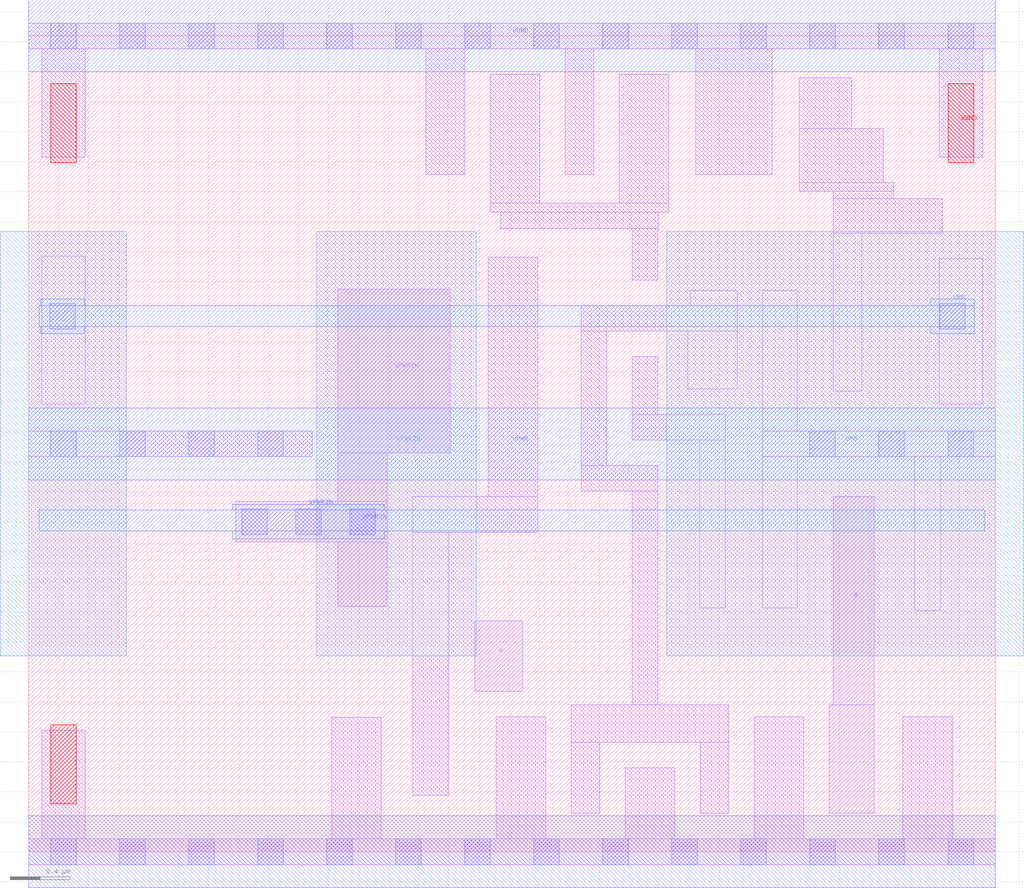
<source format=lef>
# Copyright 2020 The SkyWater PDK Authors
#
# Licensed under the Apache License, Version 2.0 (the "License");
# you may not use this file except in compliance with the License.
# You may obtain a copy of the License at
#
#     https://www.apache.org/licenses/LICENSE-2.0
#
# Unless required by applicable law or agreed to in writing, software
# distributed under the License is distributed on an "AS IS" BASIS,
# WITHOUT WARRANTIES OR CONDITIONS OF ANY KIND, either express or implied.
# See the License for the specific language governing permissions and
# limitations under the License.
#
# SPDX-License-Identifier: Apache-2.0

VERSION 5.7 ;
  NOWIREEXTENSIONATPIN ON ;
  DIVIDERCHAR "/" ;
  BUSBITCHARS "[]" ;
MACRO sky130_fd_sc_hd__lpflow_lsbuf_lh_hl_isowell_tap_2
  CLASS CORE WELLTAP ;
  FOREIGN sky130_fd_sc_hd__lpflow_lsbuf_lh_hl_isowell_tap_2 ;
  ORIGIN  0.000000  0.000000 ;
  SIZE  6.440000 BY  5.440000 ;
  SYMMETRY X Y R90 ;
  SITE unithddbl ;
  PIN A
    ANTENNAGATEAREA  0.603000 ;
    DIRECTION INPUT ;
    USE SIGNAL ;
    PORT
      LAYER li1 ;
        RECT 2.970000 1.070000 3.290000 1.540000 ;
    END
  END A
  PIN X
    ANTENNADIFFAREA  0.610500 ;
    DIRECTION OUTPUT ;
    USE SIGNAL ;
    PORT
      LAYER li1 ;
        RECT 5.335000 0.255000 5.635000 0.980000 ;
        RECT 5.360000 0.980000 5.635000 2.370000 ;
    END
  END X
  PIN VGND
    DIRECTION INOUT ;
    SHAPE ABUTMENT ;
    USE GROUND ;
    PORT
      LAYER met1 ;
        RECT 0.000000 5.200000 6.440000 5.680000 ;
      LAYER pwell ;
        RECT 0.145000 4.595000 0.315000 5.120000 ;
        RECT 6.125000 4.595000 6.295000 5.120000 ;
    END
  END VGND
  PIN VPB
    DIRECTION INOUT ;
    USE POWER ;
    PORT
      LAYER met1 ;
        RECT 0.070000 3.500000 6.300000 3.640000 ;
        RECT 0.080000 3.455000 0.370000 3.500000 ;
        RECT 0.080000 3.640000 0.370000 3.685000 ;
        RECT 6.010000 3.455000 6.300000 3.500000 ;
        RECT 6.010000 3.640000 6.300000 3.685000 ;
      LAYER nwell ;
        RECT -0.190000 1.305000 0.650000 4.135000 ;
        RECT  4.250000 1.305000 6.630000 4.135000 ;
    END
  END VPB
  PIN VPWR
    DIRECTION INOUT ;
    SHAPE ABUTMENT ;
    USE POWER ;
    PORT
      LAYER met1 ;
        RECT 0.000000 2.480000 6.440000 2.960000 ;
    END
  END VPWR
  PIN VPWRIN
    DIRECTION INOUT ;
    SHAPE ABUTMENT ;
    USE POWER ;
    PORT
      LAYER li1 ;
        RECT 1.380000 2.065000 2.390000 2.335000 ;
        RECT 2.060000 1.635000 2.390000 2.065000 ;
        RECT 2.060000 2.335000 2.390000 2.660000 ;
        RECT 2.060000 2.660000 2.810000 3.750000 ;
      LAYER mcon ;
        RECT 1.420000 2.115000 1.590000 2.285000 ;
        RECT 1.780000 2.115000 1.950000 2.285000 ;
        RECT 2.140000 2.115000 2.310000 2.285000 ;
    END
    PORT
      LAYER met1 ;
        RECT 0.070000 2.140000 6.370000 2.280000 ;
        RECT 1.360000 2.085000 2.370000 2.140000 ;
        RECT 1.360000 2.280000 2.370000 2.315000 ;
      LAYER nwell ;
        RECT 1.920000 1.305000 2.980000 4.135000 ;
    END
  END VPWRIN
  OBS
    LAYER li1 ;
      RECT 0.000000 -0.085000 6.440000 0.085000 ;
      RECT 0.000000  2.635000 1.890000 2.805000 ;
      RECT 0.000000  5.355000 6.440000 5.525000 ;
      RECT 0.085000  0.085000 0.375000 0.810000 ;
      RECT 0.085000  2.985000 0.375000 3.970000 ;
      RECT 0.085000  4.630000 0.375000 5.355000 ;
      RECT 2.020000  0.085000 2.350000 0.895000 ;
      RECT 2.560000  0.375000 2.800000 2.130000 ;
      RECT 2.560000  2.130000 3.390000 2.370000 ;
      RECT 2.645000  4.515000 2.905000 5.355000 ;
      RECT 3.060000  2.370000 3.390000 3.965000 ;
      RECT 3.075000  4.265000 4.265000 4.325000 ;
      RECT 3.075000  4.325000 3.405000 5.185000 ;
      RECT 3.115000  0.085000 3.445000 0.900000 ;
      RECT 3.145000  4.155000 4.195000 4.265000 ;
      RECT 3.575000  4.515000 3.765000 5.355000 ;
      RECT 3.615000  0.255000 3.805000 0.730000 ;
      RECT 3.615000  0.730000 4.665000 0.980000 ;
      RECT 3.680000  2.405000 4.190000 2.575000 ;
      RECT 3.680000  2.575000 3.850000 3.470000 ;
      RECT 3.680000  3.470000 4.720000 3.640000 ;
      RECT 3.935000  4.325000 4.265000 5.185000 ;
      RECT 3.975000  0.085000 4.305000 0.560000 ;
      RECT 4.020000  0.980000 4.190000 2.405000 ;
      RECT 4.020000  2.745000 4.640000 2.915000 ;
      RECT 4.020000  2.915000 4.190000 3.300000 ;
      RECT 4.020000  3.810000 4.190000 4.155000 ;
      RECT 4.390000  3.085000 4.720000 3.470000 ;
      RECT 4.410000  3.640000 4.720000 3.740000 ;
      RECT 4.445000  4.515000 4.955000 5.355000 ;
      RECT 4.470000  1.625000 4.640000 2.745000 ;
      RECT 4.475000  0.255000 4.665000 0.730000 ;
      RECT 4.835000  0.085000 5.165000 0.900000 ;
      RECT 4.890000  1.625000 5.120000 2.635000 ;
      RECT 4.890000  2.635000 6.440000 2.805000 ;
      RECT 4.890000  2.805000 5.120000 3.740000 ;
      RECT 5.135000  4.405000 5.765000 4.460000 ;
      RECT 5.135000  4.460000 5.695000 4.820000 ;
      RECT 5.135000  4.820000 5.485000 5.160000 ;
      RECT 5.360000  3.070000 5.550000 4.125000 ;
      RECT 5.360000  4.125000 6.085000 4.355000 ;
      RECT 5.360000  4.355000 5.765000 4.405000 ;
      RECT 5.825000  0.085000 6.155000 0.900000 ;
      RECT 5.905000  1.610000 6.075000 2.635000 ;
      RECT 6.065000  2.985000 6.355000 3.955000 ;
      RECT 6.065000  4.630000 6.355000 5.355000 ;
    LAYER mcon ;
      RECT 0.140000  3.485000 0.310000 3.655000 ;
      RECT 0.145000 -0.085000 0.315000 0.085000 ;
      RECT 0.145000  2.635000 0.315000 2.805000 ;
      RECT 0.145000  5.355000 0.315000 5.525000 ;
      RECT 0.605000 -0.085000 0.775000 0.085000 ;
      RECT 0.605000  2.635000 0.775000 2.805000 ;
      RECT 0.605000  5.355000 0.775000 5.525000 ;
      RECT 1.065000 -0.085000 1.235000 0.085000 ;
      RECT 1.065000  2.635000 1.235000 2.805000 ;
      RECT 1.065000  5.355000 1.235000 5.525000 ;
      RECT 1.525000 -0.085000 1.695000 0.085000 ;
      RECT 1.525000  2.635000 1.695000 2.805000 ;
      RECT 1.525000  5.355000 1.695000 5.525000 ;
      RECT 1.985000 -0.085000 2.155000 0.085000 ;
      RECT 1.985000  5.355000 2.155000 5.525000 ;
      RECT 2.445000 -0.085000 2.615000 0.085000 ;
      RECT 2.445000  5.355000 2.615000 5.525000 ;
      RECT 2.905000 -0.085000 3.075000 0.085000 ;
      RECT 2.905000  5.355000 3.075000 5.525000 ;
      RECT 3.365000 -0.085000 3.535000 0.085000 ;
      RECT 3.365000  5.355000 3.535000 5.525000 ;
      RECT 3.825000 -0.085000 3.995000 0.085000 ;
      RECT 3.825000  5.355000 3.995000 5.525000 ;
      RECT 4.285000 -0.085000 4.455000 0.085000 ;
      RECT 4.285000  5.355000 4.455000 5.525000 ;
      RECT 4.745000 -0.085000 4.915000 0.085000 ;
      RECT 4.745000  5.355000 4.915000 5.525000 ;
      RECT 5.205000 -0.085000 5.375000 0.085000 ;
      RECT 5.205000  2.635000 5.375000 2.805000 ;
      RECT 5.205000  5.355000 5.375000 5.525000 ;
      RECT 5.665000 -0.085000 5.835000 0.085000 ;
      RECT 5.665000  2.635000 5.835000 2.805000 ;
      RECT 5.665000  5.355000 5.835000 5.525000 ;
      RECT 6.070000  3.485000 6.240000 3.655000 ;
      RECT 6.125000 -0.085000 6.295000 0.085000 ;
      RECT 6.125000  2.635000 6.295000 2.805000 ;
      RECT 6.125000  5.355000 6.295000 5.525000 ;
    LAYER met1 ;
      RECT 0.000000 -0.240000 6.440000 0.240000 ;
    LAYER pwell ;
      RECT 0.145000 0.320000 0.315000 0.845000 ;
  END
END sky130_fd_sc_hd__lpflow_lsbuf_lh_hl_isowell_tap_2
END LIBRARY

</source>
